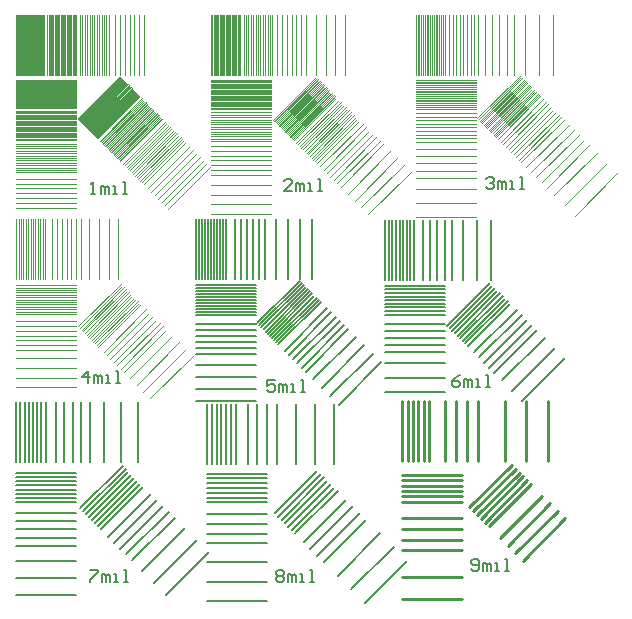
<source format=gtl>
%FSLAX25Y25*%
%MOIN*%
G70*
G01*
G75*
G04 Layer_Physical_Order=1*
G04 Layer_Color=255*
%ADD10C,0.00900*%
%ADD11C,0.00800*%
%ADD12C,0.00700*%
%ADD13C,0.00600*%
%ADD14C,0.00500*%
%ADD15C,0.00400*%
%ADD16C,0.00300*%
%ADD17C,0.00200*%
%ADD18C,0.00100*%
D10*
X161300Y24872D02*
X175442Y39015D01*
X163845Y22327D02*
X177987Y36469D01*
X166391Y19781D02*
X180533Y33923D01*
X168936Y17236D02*
X183079Y31378D01*
X157481Y28691D02*
X171623Y42833D01*
X156209Y29964D02*
X170351Y44106D01*
X154936Y31236D02*
X169078Y45379D01*
X153663Y32509D02*
X167805Y46651D01*
X152390Y33782D02*
X166532Y47924D01*
X151117Y35055D02*
X165259Y49197D01*
X128700Y45900D02*
X148700D01*
X128700Y44100D02*
X148700D01*
X128700Y42300D02*
X148700D01*
X128700Y40500D02*
X148700D01*
X128700Y38700D02*
X148700D01*
X128700Y36900D02*
X148700D01*
X128700Y20700D02*
X148700D01*
X128700Y24300D02*
X148700D01*
X128700Y27900D02*
X148700D01*
X128700Y31500D02*
X148700D01*
X128700Y11700D02*
X148700D01*
X128700Y4500D02*
X148700D01*
X177300Y50400D02*
Y70400D01*
X170100Y50400D02*
Y70400D01*
X162900Y50400D02*
Y70400D01*
X143100Y50400D02*
Y70400D01*
X146700Y50400D02*
Y70400D01*
X150300Y50400D02*
Y70400D01*
X153900Y50400D02*
Y70400D01*
X137700Y50400D02*
Y70400D01*
X135900Y50400D02*
Y70400D01*
X134100Y50400D02*
Y70400D01*
X132300Y50400D02*
Y70400D01*
X130500Y50400D02*
Y70400D01*
X128700Y50400D02*
Y70400D01*
D11*
X86241Y33145D02*
X100383Y47287D01*
X87373Y32014D02*
X101515Y46156D01*
X89635Y29751D02*
X103778Y43893D01*
X88504Y30882D02*
X102646Y45024D01*
X93029Y26357D02*
X107172Y40499D01*
X91898Y27488D02*
X106040Y41630D01*
X90767Y28620D02*
X104909Y42762D01*
X100383Y19003D02*
X114525Y33145D01*
X102646Y16740D02*
X116788Y30882D01*
X98121Y21266D02*
X112263Y35408D01*
X95858Y23528D02*
X110000Y37671D01*
X107172Y12215D02*
X121314Y26357D01*
X116223Y3164D02*
X130365Y17306D01*
X111697Y7689D02*
X125839Y21831D01*
X63600Y46300D02*
X83600D01*
X63600Y44700D02*
X83600D01*
X63600Y41500D02*
X83600D01*
X63600Y43100D02*
X83600D01*
X63600Y36700D02*
X83600D01*
X63600Y38300D02*
X83600D01*
X63600Y39900D02*
X83600D01*
X63600Y26300D02*
X83600D01*
X63600Y23100D02*
X83600D01*
X63600Y29500D02*
X83600D01*
X63600Y32700D02*
X83600D01*
X63600Y16700D02*
X83600D01*
X63600Y3900D02*
X83600D01*
X63600Y10300D02*
X83600D01*
X99600Y49500D02*
Y69500D01*
X106000Y49500D02*
Y69500D01*
X93200Y49500D02*
Y69500D01*
X77200Y49500D02*
Y69500D01*
X80400Y49500D02*
Y69500D01*
X86800Y49500D02*
Y69500D01*
X83600Y49500D02*
Y69500D01*
X70000Y49500D02*
Y69500D01*
X71600Y49500D02*
Y69500D01*
X73200Y49500D02*
Y69500D01*
X66800Y49500D02*
Y69500D01*
X68400Y49500D02*
Y69500D01*
X65200Y49500D02*
Y69500D01*
X63600Y49500D02*
Y69500D01*
X151500Y14467D02*
X152166Y13800D01*
X153499D01*
X154166Y14467D01*
Y17132D01*
X153499Y17799D01*
X152166D01*
X151500Y17132D01*
Y16466D01*
X152166Y15799D01*
X154166D01*
X155499Y13800D02*
Y16466D01*
X156165D01*
X156832Y15799D01*
Y13800D01*
Y15799D01*
X157498Y16466D01*
X158165Y15799D01*
Y13800D01*
X159497D02*
X160830D01*
X160164D01*
Y16466D01*
X159497D01*
X162830Y13800D02*
X164163D01*
X163496D01*
Y17799D01*
X162830D01*
X86700Y13532D02*
X87366Y14199D01*
X88699D01*
X89366Y13532D01*
Y12866D01*
X88699Y12199D01*
X89366Y11533D01*
Y10866D01*
X88699Y10200D01*
X87366D01*
X86700Y10866D01*
Y11533D01*
X87366Y12199D01*
X86700Y12866D01*
Y13532D01*
X87366Y12199D02*
X88699D01*
X90699Y10200D02*
Y12866D01*
X91365D01*
X92032Y12199D01*
Y10200D01*
Y12199D01*
X92698Y12866D01*
X93365Y12199D01*
Y10200D01*
X94697D02*
X96030D01*
X95364D01*
Y12866D01*
X94697D01*
X98030Y10200D02*
X99363D01*
X98696D01*
Y14199D01*
X98030D01*
X24700D02*
X27366D01*
Y13532D01*
X24700Y10866D01*
Y10200D01*
X28699D02*
Y12866D01*
X29365D01*
X30032Y12199D01*
Y10200D01*
Y12199D01*
X30698Y12866D01*
X31365Y12199D01*
Y10200D01*
X32697D02*
X34030D01*
X33364D01*
Y12866D01*
X32697D01*
X36030Y10200D02*
X37363D01*
X36696D01*
Y14199D01*
X36030D01*
X147966Y79199D02*
X146633Y78532D01*
X145300Y77199D01*
Y75866D01*
X145966Y75200D01*
X147299D01*
X147966Y75866D01*
Y76533D01*
X147299Y77199D01*
X145300D01*
X149299Y75200D02*
Y77866D01*
X149965D01*
X150632Y77199D01*
Y75200D01*
Y77199D01*
X151298Y77866D01*
X151964Y77199D01*
Y75200D01*
X153297D02*
X154630D01*
X153964D01*
Y77866D01*
X153297D01*
X156630Y75200D02*
X157963D01*
X157296D01*
Y79199D01*
X156630D01*
X86166Y77399D02*
X83500D01*
Y75399D01*
X84833Y76066D01*
X85499D01*
X86166Y75399D01*
Y74066D01*
X85499Y73400D01*
X84166D01*
X83500Y74066D01*
X87499Y73400D02*
Y76066D01*
X88165D01*
X88832Y75399D01*
Y73400D01*
Y75399D01*
X89498Y76066D01*
X90165Y75399D01*
Y73400D01*
X91497D02*
X92830D01*
X92164D01*
Y76066D01*
X91497D01*
X94830Y73400D02*
X96163D01*
X95496D01*
Y77399D01*
X94830D01*
X23999Y76400D02*
Y80399D01*
X22000Y78399D01*
X24666D01*
X25999Y76400D02*
Y79066D01*
X26665D01*
X27332Y78399D01*
Y76400D01*
Y78399D01*
X27998Y79066D01*
X28664Y78399D01*
Y76400D01*
X29997D02*
X31330D01*
X30664D01*
Y79066D01*
X29997D01*
X33330Y76400D02*
X34663D01*
X33996D01*
Y80399D01*
X33330D01*
X156700Y144632D02*
X157367Y145299D01*
X158699D01*
X159366Y144632D01*
Y143966D01*
X158699Y143299D01*
X158033D01*
X158699D01*
X159366Y142633D01*
Y141966D01*
X158699Y141300D01*
X157367D01*
X156700Y141966D01*
X160699Y141300D02*
Y143966D01*
X161365D01*
X162032Y143299D01*
Y141300D01*
Y143299D01*
X162698Y143966D01*
X163365Y143299D01*
Y141300D01*
X164697D02*
X166030D01*
X165364D01*
Y143966D01*
X164697D01*
X168030Y141300D02*
X169363D01*
X168696D01*
Y145299D01*
X168030D01*
X91866Y140400D02*
X89200D01*
X91866Y143066D01*
Y143732D01*
X91199Y144399D01*
X89866D01*
X89200Y143732D01*
X93199Y140400D02*
Y143066D01*
X93865D01*
X94532Y142399D01*
Y140400D01*
Y142399D01*
X95198Y143066D01*
X95864Y142399D01*
Y140400D01*
X97197D02*
X98530D01*
X97864D01*
Y143066D01*
X97197D01*
X100530Y140400D02*
X101863D01*
X101196D01*
Y144399D01*
X100530D01*
X24800Y139600D02*
X26133D01*
X25466D01*
Y143599D01*
X24800Y142932D01*
X28132Y139600D02*
Y142266D01*
X28799D01*
X29465Y141599D01*
Y139600D01*
Y141599D01*
X30132Y142266D01*
X30798Y141599D01*
Y139600D01*
X32131D02*
X33464D01*
X32797D01*
Y142266D01*
X32131D01*
X35463Y139600D02*
X36796D01*
X36130D01*
Y143599D01*
X35463D01*
D12*
X21331Y34700D02*
X35473Y48842D01*
X22321Y33710D02*
X36463Y47852D01*
X24301Y31730D02*
X38443Y45872D01*
X23311Y32720D02*
X37453Y46862D01*
X27271Y28760D02*
X41413Y42902D01*
X28261Y27770D02*
X42403Y41912D01*
X26281Y29750D02*
X40423Y43892D01*
X25291Y30740D02*
X39433Y44882D01*
X34696Y21336D02*
X48838Y35478D01*
X38655Y17376D02*
X52797Y31518D01*
X36675Y19356D02*
X50818Y33498D01*
X32716Y23316D02*
X46858Y37458D01*
X30736Y25295D02*
X44878Y39438D01*
X42120Y13911D02*
X56262Y28053D01*
X50040Y5991D02*
X64182Y20134D01*
X46080Y9951D02*
X60222Y24093D01*
X0Y46600D02*
X20000D01*
X0Y45200D02*
X20000D01*
X0Y42400D02*
X20000D01*
X0Y43800D02*
X20000D01*
X0Y38200D02*
X20000D01*
X0Y36800D02*
X20000D01*
X0Y39600D02*
X20000D01*
X0Y41000D02*
X20000D01*
X0Y27700D02*
X20000D01*
X0Y22100D02*
X20000D01*
X0Y24900D02*
X20000D01*
X0Y30500D02*
X20000D01*
X0Y33300D02*
X20000D01*
X0Y17200D02*
X20000D01*
X0Y6000D02*
X20000D01*
X0Y11600D02*
X20000D01*
X35000Y50100D02*
Y70100D01*
X40600Y50100D02*
Y70100D01*
X29400Y50100D02*
Y70100D01*
X13300Y50100D02*
Y70100D01*
X16100Y50100D02*
Y70100D01*
X21700Y50100D02*
Y70100D01*
X24500Y50100D02*
Y70100D01*
X18900Y50100D02*
Y70100D01*
X5600Y50100D02*
Y70100D01*
X7000Y50100D02*
Y70100D01*
X9800Y50100D02*
Y70100D01*
X8400Y50100D02*
Y70100D01*
X2800Y50100D02*
Y70100D01*
X4200Y50100D02*
Y70100D01*
X1400Y50100D02*
Y70100D01*
X0Y50100D02*
Y70100D01*
D13*
X143757Y95627D02*
X157899Y109769D01*
X144605Y94779D02*
X158747Y108921D01*
X146302Y93082D02*
X160444Y107224D01*
X145454Y93930D02*
X159596Y108072D01*
X148848Y90536D02*
X162990Y104678D01*
X149696Y89688D02*
X163839Y103830D01*
X147999Y91385D02*
X162141Y105527D01*
X147151Y92233D02*
X161293Y106375D01*
X150545Y88839D02*
X164687Y102981D01*
X159454Y79929D02*
X173597Y94072D01*
X156060Y83324D02*
X170202Y97466D01*
X157757Y81626D02*
X171899Y95769D01*
X154363Y85021D02*
X168505Y99163D01*
X152666Y86718D02*
X166808Y100860D01*
X162000Y77384D02*
X176142Y91526D01*
X165394Y73990D02*
X179536Y88132D01*
X168788Y70596D02*
X182930Y84738D01*
X123000Y108900D02*
X143000D01*
X123000Y107700D02*
X143000D01*
X123000Y105300D02*
X143000D01*
X123000Y106500D02*
X143000D01*
X123000Y101700D02*
X143000D01*
X123000Y100500D02*
X143000D01*
X123000Y102900D02*
X143000D01*
X123000Y104100D02*
X143000D01*
X123000Y99300D02*
X143000D01*
X123000Y86700D02*
X143000D01*
X123000Y91500D02*
X143000D01*
X123000Y89100D02*
X143000D01*
X123000Y93900D02*
X143000D01*
X123000Y96300D02*
X143000D01*
X123000Y83100D02*
X143000D01*
X123000Y78300D02*
X143000D01*
X123000Y73500D02*
X143000D01*
X158400Y110700D02*
Y130700D01*
X153600Y110700D02*
Y130700D01*
X148800Y110700D02*
Y130700D01*
X135600Y110700D02*
Y130700D01*
X138000Y110700D02*
Y130700D01*
X142800Y110700D02*
Y130700D01*
X140400Y110700D02*
Y130700D01*
X145200Y110700D02*
Y130700D01*
X132600Y110700D02*
Y130700D01*
X127800Y110700D02*
Y130700D01*
X129000Y110700D02*
Y130700D01*
X131400Y110700D02*
Y130700D01*
X130200Y110700D02*
Y130700D01*
X125400Y110700D02*
Y130700D01*
X126600Y110700D02*
Y130700D01*
X124200Y110700D02*
Y130700D01*
X123000Y110700D02*
Y130700D01*
D14*
X80348Y96489D02*
X94490Y110631D01*
X81055Y95782D02*
X95197Y109924D01*
X82469Y94368D02*
X96611Y108510D01*
X81762Y95075D02*
X95904Y109217D01*
X84590Y92247D02*
X98732Y106389D01*
X85297Y91539D02*
X99439Y105682D01*
X83883Y92953D02*
X98025Y107096D01*
X83176Y93661D02*
X97318Y107803D01*
X87419Y89418D02*
X101561Y103560D01*
X86711Y90125D02*
X100854Y104267D01*
X86004Y90832D02*
X100146Y104974D01*
X95197Y81640D02*
X109339Y95782D01*
X96611Y80226D02*
X110753Y94368D01*
X92368Y84468D02*
X106510Y98610D01*
X93783Y83054D02*
X107925Y97196D01*
X90954Y85883D02*
X105096Y100025D01*
X89540Y87297D02*
X103682Y101439D01*
X99086Y77751D02*
X113228Y91893D01*
X101914Y74922D02*
X116056Y89065D01*
X107571Y69266D02*
X121713Y83408D01*
X104743Y72094D02*
X118885Y86236D01*
X60000Y109100D02*
X80000D01*
X60000Y108100D02*
X80000D01*
X60000Y106100D02*
X80000D01*
X60000Y107100D02*
X80000D01*
X60000Y103100D02*
X80000D01*
X60000Y102100D02*
X80000D01*
X60000Y104100D02*
X80000D01*
X60000Y105100D02*
X80000D01*
X60000Y99100D02*
X80000D01*
X60000Y100100D02*
X80000D01*
X60000Y101100D02*
X80000D01*
X60000Y88100D02*
X80000D01*
X60000Y86100D02*
X80000D01*
X60000Y92100D02*
X80000D01*
X60000Y90100D02*
X80000D01*
X60000Y94100D02*
X80000D01*
X60000Y96100D02*
X80000D01*
X60000Y82600D02*
X80000D01*
X60000Y78600D02*
X80000D01*
X60000Y70600D02*
X80000D01*
X60000Y74600D02*
X80000D01*
X94500Y111100D02*
Y131100D01*
X98500Y111100D02*
Y131100D01*
X90500Y111100D02*
Y131100D01*
X86500Y111100D02*
Y131100D01*
X73000Y111100D02*
Y131100D01*
X75000Y111100D02*
Y131100D01*
X79000Y111100D02*
Y131100D01*
X77000Y111100D02*
Y131100D01*
X83000Y111100D02*
Y131100D01*
X81000Y111100D02*
Y131100D01*
X68000Y111100D02*
Y131100D01*
X69000Y111100D02*
Y131100D01*
X70000Y111100D02*
Y131100D01*
X64000Y111100D02*
Y131100D01*
X65000Y111100D02*
Y131100D01*
X67000Y111100D02*
Y131100D01*
X66000Y111100D02*
Y131100D01*
X62000Y111100D02*
Y131100D01*
X63000Y111100D02*
Y131100D01*
X61000Y111100D02*
Y131100D01*
X60000Y111100D02*
Y131100D01*
D15*
X25195Y90866D02*
X39337Y105008D01*
X25761Y90300D02*
X39903Y104442D01*
X26892Y89169D02*
X41034Y103311D01*
X26327Y89734D02*
X40469Y103876D01*
X27458Y88603D02*
X41600Y102745D01*
X22932Y93128D02*
X37075Y107271D01*
X23498Y92563D02*
X37640Y106705D01*
X24629Y91431D02*
X38772Y105573D01*
X24064Y91997D02*
X38206Y106139D01*
X21801Y94260D02*
X35943Y108402D01*
X22367Y93694D02*
X36509Y107836D01*
X21235Y94826D02*
X35377Y108968D01*
X20670Y95391D02*
X34812Y109533D01*
X33680Y82380D02*
X47822Y96522D01*
X34812Y81249D02*
X48954Y95391D01*
X35943Y80118D02*
X50085Y94260D01*
X31418Y84643D02*
X45560Y98785D01*
X32549Y83512D02*
X46691Y97654D01*
X30286Y85774D02*
X44428Y99917D01*
X29155Y86906D02*
X43297Y101048D01*
X37923Y78138D02*
X52065Y92280D01*
X40186Y75875D02*
X54328Y90017D01*
X44711Y71350D02*
X58853Y85492D01*
X42448Y73612D02*
X56591Y87754D01*
X0Y102700D02*
X20000D01*
X0Y101900D02*
X20000D01*
X0Y100300D02*
X20000D01*
X0Y101100D02*
X20000D01*
X0Y99500D02*
X20000D01*
X0Y105900D02*
X20000D01*
X0Y105100D02*
X20000D01*
X0Y103500D02*
X20000D01*
X0Y104300D02*
X20000D01*
X0Y107500D02*
X20000D01*
X0Y106700D02*
X20000D01*
X0Y108300D02*
X20000D01*
X0Y109100D02*
X20000D01*
X0Y90700D02*
X20000D01*
X0Y89100D02*
X20000D01*
X0Y87500D02*
X20000D01*
X0Y93900D02*
X20000D01*
X0Y92300D02*
X20000D01*
X0Y95500D02*
X20000D01*
X0Y97100D02*
X20000D01*
X0Y84700D02*
X20000D01*
X0Y81500D02*
X20000D01*
X0Y75100D02*
X20000D01*
X0Y78300D02*
X20000D01*
X30800Y111100D02*
Y131100D01*
X34000Y111100D02*
Y131100D01*
X27600Y111100D02*
Y131100D01*
X24400Y111100D02*
Y131100D01*
X12000Y111100D02*
Y131100D01*
X13600Y111100D02*
Y131100D01*
X16800Y111100D02*
Y131100D01*
X15200Y111100D02*
Y131100D01*
X21600Y111100D02*
Y131100D01*
X20000Y111100D02*
Y131100D01*
X18400Y111100D02*
Y131100D01*
X0Y111100D02*
Y131100D01*
X800Y111100D02*
Y131100D01*
X2400Y111100D02*
Y131100D01*
X1600Y111100D02*
Y131100D01*
X4800Y111100D02*
Y131100D01*
X5600Y111100D02*
Y131100D01*
X4000Y111100D02*
Y131100D01*
X3200Y111100D02*
Y131100D01*
X9600Y111100D02*
Y131100D01*
X8000Y111100D02*
Y131100D01*
X8800Y111100D02*
Y131100D01*
X7200Y111100D02*
Y131100D01*
X6400Y111100D02*
Y131100D01*
D16*
X153732Y164779D02*
X167874Y178921D01*
X154156Y164355D02*
X168298Y178497D01*
X155005Y163506D02*
X169147Y177648D01*
X154580Y163930D02*
X168723Y178073D01*
X156278Y162233D02*
X170420Y176376D01*
X156702Y161809D02*
X170844Y175951D01*
X155853Y162658D02*
X169995Y176800D01*
X155429Y163082D02*
X169571Y177224D01*
X158823Y159688D02*
X172965Y173830D01*
X159248Y159264D02*
X173390Y173406D01*
X160096Y158415D02*
X174238Y172557D01*
X159672Y158839D02*
X173814Y172982D01*
X157975Y160536D02*
X172117Y174679D01*
X158399Y160112D02*
X172541Y174254D01*
X157550Y160961D02*
X171693Y175103D01*
X157126Y161385D02*
X171268Y175527D01*
X160520Y157991D02*
X174662Y172133D01*
X168369Y150142D02*
X182511Y164284D01*
X164975Y153536D02*
X179117Y167678D01*
X165824Y152688D02*
X179966Y166830D01*
X167521Y150990D02*
X181663Y165133D01*
X166672Y151839D02*
X180814Y165981D01*
X163278Y155233D02*
X177420Y169375D01*
X164127Y154385D02*
X178269Y168527D01*
X162429Y156082D02*
X176572Y170224D01*
X161581Y156930D02*
X175723Y171072D01*
X170066Y148445D02*
X184208Y162587D01*
X171763Y146748D02*
X185905Y160890D01*
X175157Y143354D02*
X189299Y157496D01*
X173460Y145051D02*
X187602Y159193D01*
X176854Y141657D02*
X190997Y155799D01*
X186188Y132323D02*
X200330Y146465D01*
X182794Y135717D02*
X196936Y149859D01*
X179400Y139111D02*
X193542Y153253D01*
X133200Y177600D02*
X153200D01*
X133200Y177000D02*
X153200D01*
X133200Y175800D02*
X153200D01*
X133200Y176400D02*
X153200D01*
X133200Y174000D02*
X153200D01*
X133200Y173400D02*
X153200D01*
X133200Y174600D02*
X153200D01*
X133200Y175200D02*
X153200D01*
X133200Y170400D02*
X153200D01*
X133200Y169800D02*
X153200D01*
X133200Y168600D02*
X153200D01*
X133200Y169200D02*
X153200D01*
X133200Y171600D02*
X153200D01*
X133200Y171000D02*
X153200D01*
X133200Y172200D02*
X153200D01*
X133200Y172800D02*
X153200D01*
X133200Y168000D02*
X153200D01*
X133200Y156900D02*
X153200D01*
X133200Y161700D02*
X153200D01*
X133200Y160500D02*
X153200D01*
X133200Y158100D02*
X153200D01*
X133200Y159300D02*
X153200D01*
X133200Y164100D02*
X153200D01*
X133200Y162900D02*
X153200D01*
X133200Y165300D02*
X153200D01*
X133200Y166500D02*
X153200D01*
X133200Y154500D02*
X153200D01*
X133200Y152100D02*
X153200D01*
X133200Y147300D02*
X153200D01*
X133200Y149700D02*
X153200D01*
X133200Y144900D02*
X153200D01*
X133200Y131700D02*
X153200D01*
X133200Y136500D02*
X153200D01*
X133200Y141300D02*
X153200D01*
X169500Y179100D02*
Y199100D01*
X174300Y179100D02*
Y199100D01*
X179100Y179100D02*
Y199100D01*
X165900Y179100D02*
Y199100D01*
X161100Y179100D02*
Y199100D01*
X163500Y179100D02*
Y199100D01*
X158700Y179100D02*
Y199100D01*
X156300Y179100D02*
Y199100D01*
X144300Y179100D02*
Y199100D01*
X145500Y179100D02*
Y199100D01*
X147900Y179100D02*
Y199100D01*
X146700Y179100D02*
Y199100D01*
X151500Y179100D02*
Y199100D01*
X152700Y179100D02*
Y199100D01*
X150300Y179100D02*
Y199100D01*
X149100Y179100D02*
Y199100D01*
X153900Y179100D02*
Y199100D01*
X142800Y179100D02*
Y199100D01*
X138000Y179100D02*
Y199100D01*
X138600Y179100D02*
Y199100D01*
X139800Y179100D02*
Y199100D01*
X139200Y179100D02*
Y199100D01*
X141600Y179100D02*
Y199100D01*
X142200Y179100D02*
Y199100D01*
X141000Y179100D02*
Y199100D01*
X140400Y179100D02*
Y199100D01*
X135600Y179100D02*
Y199100D01*
X136200Y179100D02*
Y199100D01*
X137400Y179100D02*
Y199100D01*
X136800Y179100D02*
Y199100D01*
X134400Y179100D02*
Y199100D01*
X135000Y179100D02*
Y199100D01*
X133800Y179100D02*
Y199100D01*
X133200Y179100D02*
Y199100D01*
D17*
X85787Y164292D02*
X99930Y178435D01*
X86070Y164009D02*
X100213Y178152D01*
X86636Y163444D02*
X100778Y177586D01*
X86353Y163727D02*
X100495Y177869D01*
X87485Y162595D02*
X101627Y176737D01*
X87767Y162312D02*
X101910Y176455D01*
X87202Y162878D02*
X101344Y177020D01*
X86919Y163161D02*
X101061Y177303D01*
X89182Y160898D02*
X103324Y175040D01*
X89464Y160615D02*
X103607Y174758D01*
X90030Y160050D02*
X104172Y174192D01*
X89747Y160333D02*
X103889Y174475D01*
X88616Y161464D02*
X102758Y175606D01*
X88899Y161181D02*
X103041Y175323D01*
X88333Y161747D02*
X102475Y175889D01*
X88050Y162030D02*
X102192Y176172D01*
X92576Y157504D02*
X106718Y171646D01*
X91444Y158635D02*
X105587Y172778D01*
X91727Y158353D02*
X105869Y172495D01*
X92293Y157787D02*
X106435Y171929D01*
X92010Y158070D02*
X106152Y172212D01*
X90879Y159201D02*
X105021Y173343D01*
X91162Y158918D02*
X105304Y173061D01*
X90596Y159484D02*
X104738Y173626D01*
X90313Y159767D02*
X104455Y173909D01*
X97950Y152130D02*
X112092Y166272D01*
X98515Y151565D02*
X112658Y165707D01*
X99647Y150433D02*
X113789Y164575D01*
X99081Y150999D02*
X113223Y165141D01*
X100213Y149867D02*
X114355Y164009D01*
X95687Y154393D02*
X109829Y168535D01*
X96253Y153827D02*
X110395Y167969D01*
X97384Y152696D02*
X111526Y166838D01*
X96818Y153261D02*
X110960Y167404D01*
X94556Y155524D02*
X108698Y169666D01*
X95121Y154959D02*
X109264Y169101D01*
X93990Y156090D02*
X108132Y170232D01*
X93424Y156656D02*
X107566Y170798D01*
X101344Y148736D02*
X115486Y162878D01*
X102475Y147605D02*
X116617Y161747D01*
X104738Y145342D02*
X118880Y159484D01*
X103607Y146473D02*
X117749Y160615D01*
X108132Y141948D02*
X122274Y156090D01*
X107001Y143079D02*
X121143Y157221D01*
X105869Y144211D02*
X120011Y158353D01*
X115062Y135018D02*
X129204Y149160D01*
X117324Y132755D02*
X131467Y146898D01*
X112799Y137281D02*
X126941Y151423D01*
X110536Y139544D02*
X124678Y153686D01*
X65000Y177500D02*
X85000D01*
X65000Y177100D02*
X85000D01*
X65000Y176300D02*
X85000D01*
X65000Y176700D02*
X85000D01*
X65000Y175100D02*
X85000D01*
X65000Y174700D02*
X85000D01*
X65000Y175500D02*
X85000D01*
X65000Y175900D02*
X85000D01*
X65000Y172700D02*
X85000D01*
X65000Y172300D02*
X85000D01*
X65000Y171500D02*
X85000D01*
X65000Y171900D02*
X85000D01*
X65000Y173500D02*
X85000D01*
X65000Y173100D02*
X85000D01*
X65000Y173900D02*
X85000D01*
X65000Y174300D02*
X85000D01*
X65000Y167900D02*
X85000D01*
X65000Y169500D02*
X85000D01*
X65000Y169100D02*
X85000D01*
X65000Y168300D02*
X85000D01*
X65000Y168700D02*
X85000D01*
X65000Y170300D02*
X85000D01*
X65000Y169900D02*
X85000D01*
X65000Y170700D02*
X85000D01*
X65000Y171100D02*
X85000D01*
X65000Y160300D02*
X85000D01*
X65000Y159500D02*
X85000D01*
X65000Y157900D02*
X85000D01*
X65000Y158700D02*
X85000D01*
X65000Y157100D02*
X85000D01*
X65000Y163500D02*
X85000D01*
X65000Y162700D02*
X85000D01*
X65000Y161100D02*
X85000D01*
X65000Y161900D02*
X85000D01*
X65000Y165100D02*
X85000D01*
X65000Y164300D02*
X85000D01*
X65000Y165900D02*
X85000D01*
X65000Y166700D02*
X85000D01*
X65000Y155500D02*
X85000D01*
X65000Y153900D02*
X85000D01*
X65000Y150700D02*
X85000D01*
X65000Y152300D02*
X85000D01*
X65000Y145900D02*
X85000D01*
X65000Y147500D02*
X85000D01*
X65000Y149100D02*
X85000D01*
X65000Y136100D02*
X85000D01*
X65000Y132900D02*
X85000D01*
X65000Y139300D02*
X85000D01*
X65000Y142500D02*
X85000D01*
X100000Y179100D02*
Y199100D01*
X103200Y179100D02*
Y199100D01*
X109600Y179100D02*
Y199100D01*
X106400Y179100D02*
Y199100D01*
X93400Y179100D02*
Y199100D01*
X95000Y179100D02*
Y199100D01*
X96600Y179100D02*
Y199100D01*
X90200Y179100D02*
Y199100D01*
X91800Y179100D02*
Y199100D01*
X88600Y179100D02*
Y199100D01*
X87000Y179100D02*
Y199100D01*
X75800Y179100D02*
Y199100D01*
X76600Y179100D02*
Y199100D01*
X78200Y179100D02*
Y199100D01*
X77400Y179100D02*
Y199100D01*
X80600Y179100D02*
Y199100D01*
X81400Y179100D02*
Y199100D01*
X79800Y179100D02*
Y199100D01*
X79000Y179100D02*
Y199100D01*
X85400Y179100D02*
Y199100D01*
X83800Y179100D02*
Y199100D01*
X84600Y179100D02*
Y199100D01*
X83000Y179100D02*
Y199100D01*
X82200Y179100D02*
Y199100D01*
X71400Y179100D02*
Y199100D01*
X71800Y179100D02*
Y199100D01*
X72600Y179100D02*
Y199100D01*
X72200Y179100D02*
Y199100D01*
X73800Y179100D02*
Y199100D01*
X74200Y179100D02*
Y199100D01*
X73400Y179100D02*
Y199100D01*
X73000Y179100D02*
Y199100D01*
X74600Y179100D02*
Y199100D01*
X68200Y179100D02*
Y199100D01*
X68600Y179100D02*
Y199100D01*
X69400Y179100D02*
Y199100D01*
X69000Y179100D02*
Y199100D01*
X70600Y179100D02*
Y199100D01*
X71000Y179100D02*
Y199100D01*
X70200Y179100D02*
Y199100D01*
X69800Y179100D02*
Y199100D01*
X66600Y179100D02*
Y199100D01*
X67000Y179100D02*
Y199100D01*
X67800Y179100D02*
Y199100D01*
X67400Y179100D02*
Y199100D01*
X65800Y179100D02*
Y199100D01*
X66200Y179100D02*
Y199100D01*
X65400Y179100D02*
Y199100D01*
X65000Y179100D02*
Y199100D01*
D18*
X20629Y164688D02*
X34771Y178830D01*
X20770Y164546D02*
X34912Y178688D01*
X21053Y164263D02*
X35195Y178406D01*
X20912Y164405D02*
X35054Y178547D01*
X21477Y163839D02*
X35620Y177981D01*
X21619Y163698D02*
X35761Y177840D01*
X21336Y163981D02*
X35478Y178123D01*
X21195Y164122D02*
X35337Y178264D01*
X22326Y162991D02*
X36468Y177133D01*
X22467Y162849D02*
X36610Y176991D01*
X22750Y162566D02*
X36892Y176708D01*
X22609Y162708D02*
X36751Y176850D01*
X22043Y163274D02*
X36185Y177416D01*
X22185Y163132D02*
X36327Y177274D01*
X21902Y163415D02*
X36044Y177557D01*
X21760Y163556D02*
X35902Y177699D01*
X24023Y161294D02*
X38165Y175436D01*
X24164Y161152D02*
X38307Y175294D01*
X24447Y160869D02*
X38589Y175012D01*
X24306Y161011D02*
X38448Y175153D01*
X24872Y160445D02*
X39014Y174587D01*
X25013Y160304D02*
X39155Y174446D01*
X24730Y160587D02*
X38872Y174729D01*
X24589Y160728D02*
X38731Y174870D01*
X23457Y161859D02*
X37600Y176001D01*
X23599Y161718D02*
X37741Y175860D01*
X23882Y161435D02*
X38024Y175577D01*
X23740Y161576D02*
X37882Y175719D01*
X23175Y162142D02*
X37317Y176284D01*
X23316Y162001D02*
X37458Y176143D01*
X23033Y162284D02*
X37175Y176426D01*
X22892Y162425D02*
X37034Y176567D01*
X26286Y159031D02*
X40428Y173173D01*
X26427Y158889D02*
X40569Y173032D01*
X26710Y158607D02*
X40852Y172749D01*
X26569Y158748D02*
X40711Y172890D01*
X27134Y158182D02*
X41276Y172325D01*
X27276Y158041D02*
X41418Y172183D01*
X26993Y158324D02*
X41135Y172466D01*
X26851Y158465D02*
X40994Y172607D01*
X25720Y159597D02*
X39862Y173739D01*
X25861Y159455D02*
X40004Y173597D01*
X26144Y159172D02*
X40286Y173314D01*
X26003Y159314D02*
X40145Y173456D01*
X25437Y159879D02*
X39579Y174021D01*
X25579Y159738D02*
X39721Y173880D01*
X25296Y160021D02*
X39438Y174163D01*
X25154Y160162D02*
X39297Y174304D01*
X32508Y152808D02*
X46650Y166951D01*
X32791Y152525D02*
X46933Y166668D01*
X33357Y151960D02*
X47499Y166102D01*
X33074Y152243D02*
X47216Y166385D01*
X34205Y151111D02*
X48347Y165253D01*
X34488Y150828D02*
X48630Y164971D01*
X33922Y151394D02*
X48065Y165536D01*
X33640Y151677D02*
X47782Y165819D01*
X30246Y155071D02*
X44388Y169213D01*
X30528Y154788D02*
X44671Y168930D01*
X31094Y154223D02*
X45236Y168365D01*
X30811Y154505D02*
X44953Y168648D01*
X31943Y153374D02*
X46085Y167516D01*
X32225Y153091D02*
X46368Y167233D01*
X31660Y153657D02*
X45802Y167799D01*
X31377Y153940D02*
X45519Y168082D01*
X29114Y156202D02*
X43256Y170345D01*
X29397Y155920D02*
X43539Y170062D01*
X29963Y155354D02*
X44105Y169496D01*
X29680Y155637D02*
X43822Y169779D01*
X28548Y156768D02*
X42691Y170910D01*
X28831Y156485D02*
X42974Y170627D01*
X28266Y157051D02*
X42408Y171193D01*
X27983Y157334D02*
X42125Y171476D01*
X34771Y150546D02*
X48913Y164688D01*
X42478Y142838D02*
X56621Y156980D01*
X35690Y149626D02*
X49832Y163768D01*
X36256Y149061D02*
X50398Y163203D01*
X37387Y147929D02*
X51530Y162071D01*
X36822Y148495D02*
X50964Y162637D01*
X39084Y146232D02*
X53227Y160374D01*
X39650Y145667D02*
X53792Y159809D01*
X38519Y146798D02*
X52661Y160940D01*
X37953Y147364D02*
X52095Y161506D01*
X41347Y143970D02*
X55489Y158112D01*
X41913Y143404D02*
X56055Y157546D01*
X40782Y144535D02*
X54924Y158677D01*
X40216Y145101D02*
X54358Y159243D01*
X48489Y136828D02*
X62631Y150970D01*
X49620Y135696D02*
X63762Y149838D01*
X46226Y139091D02*
X60368Y153233D01*
X47358Y137959D02*
X61500Y152101D01*
X45095Y140222D02*
X59237Y154364D01*
X43964Y141353D02*
X58106Y155495D01*
X50752Y134565D02*
X64894Y148707D01*
X0Y177600D02*
X20000D01*
X0Y177400D02*
X20000D01*
X0Y177000D02*
X20000D01*
X0Y177200D02*
X20000D01*
X0Y176400D02*
X20000D01*
X0Y176200D02*
X20000D01*
X0Y176600D02*
X20000D01*
X0Y176800D02*
X20000D01*
X0Y175200D02*
X20000D01*
X0Y175000D02*
X20000D01*
X0Y174600D02*
X20000D01*
X0Y174800D02*
X20000D01*
X0Y175600D02*
X20000D01*
X0Y175400D02*
X20000D01*
X0Y175800D02*
X20000D01*
X0Y176000D02*
X20000D01*
X0Y172800D02*
X20000D01*
X0Y172600D02*
X20000D01*
X0Y172200D02*
X20000D01*
X0Y172400D02*
X20000D01*
X0Y171600D02*
X20000D01*
X0Y171400D02*
X20000D01*
X0Y171800D02*
X20000D01*
X0Y172000D02*
X20000D01*
X0Y173600D02*
X20000D01*
X0Y173400D02*
X20000D01*
X0Y173000D02*
X20000D01*
X0Y173200D02*
X20000D01*
X0Y174000D02*
X20000D01*
X0Y173800D02*
X20000D01*
X0Y174200D02*
X20000D01*
X0Y174400D02*
X20000D01*
X0Y169600D02*
X20000D01*
X0Y169400D02*
X20000D01*
X0Y169000D02*
X20000D01*
X0Y169200D02*
X20000D01*
X0Y168400D02*
X20000D01*
X0Y168200D02*
X20000D01*
X0Y168600D02*
X20000D01*
X0Y168800D02*
X20000D01*
X0Y170400D02*
X20000D01*
X0Y170200D02*
X20000D01*
X0Y169800D02*
X20000D01*
X0Y170000D02*
X20000D01*
X0Y170800D02*
X20000D01*
X0Y170600D02*
X20000D01*
X0Y171000D02*
X20000D01*
X0Y171200D02*
X20000D01*
X0Y160800D02*
X20000D01*
X0Y160400D02*
X20000D01*
X0Y159600D02*
X20000D01*
X0Y160000D02*
X20000D01*
X0Y158400D02*
X20000D01*
X0Y158000D02*
X20000D01*
X0Y158800D02*
X20000D01*
X0Y159200D02*
X20000D01*
X0Y164000D02*
X20000D01*
X0Y163600D02*
X20000D01*
X0Y162800D02*
X20000D01*
X0Y163200D02*
X20000D01*
X0Y161600D02*
X20000D01*
X0Y161200D02*
X20000D01*
X0Y162000D02*
X20000D01*
X0Y162400D02*
X20000D01*
X0Y165600D02*
X20000D01*
X0Y165200D02*
X20000D01*
X0Y164400D02*
X20000D01*
X0Y164800D02*
X20000D01*
X0Y166400D02*
X20000D01*
X0Y166000D02*
X20000D01*
X0Y166800D02*
X20000D01*
X0Y167200D02*
X20000D01*
X0Y157600D02*
X20000D01*
X0Y146700D02*
X20000D01*
X0Y156300D02*
X20000D01*
X0Y155500D02*
X20000D01*
X0Y153900D02*
X20000D01*
X0Y154700D02*
X20000D01*
X0Y151500D02*
X20000D01*
X0Y150700D02*
X20000D01*
X0Y152300D02*
X20000D01*
X0Y153100D02*
X20000D01*
X0Y148300D02*
X20000D01*
X0Y147500D02*
X20000D01*
X0Y149100D02*
X20000D01*
X0Y149900D02*
X20000D01*
X0Y138200D02*
X20000D01*
X0Y136600D02*
X20000D01*
X0Y141400D02*
X20000D01*
X0Y139800D02*
X20000D01*
X0Y143000D02*
X20000D01*
X0Y144600D02*
X20000D01*
X0Y135000D02*
X20000D01*
X42600Y179100D02*
Y199100D01*
X33000Y179100D02*
Y199100D01*
X34600Y179100D02*
Y199100D01*
X37800Y179100D02*
Y199100D01*
X36200Y179100D02*
Y199100D01*
X41000Y179100D02*
Y199100D01*
X39400Y179100D02*
Y199100D01*
X27700Y179100D02*
Y199100D01*
X28500Y179100D02*
Y199100D01*
X30100Y179100D02*
Y199100D01*
X29300Y179100D02*
Y199100D01*
X24500Y179100D02*
Y199100D01*
X25300Y179100D02*
Y199100D01*
X26900Y179100D02*
Y199100D01*
X26100Y179100D02*
Y199100D01*
X22900Y179100D02*
Y199100D01*
X23700Y179100D02*
Y199100D01*
X22100Y179100D02*
Y199100D01*
X21300Y179100D02*
Y199100D01*
X30900Y179100D02*
Y199100D01*
X20000Y179100D02*
Y199100D01*
X10400Y179100D02*
Y199100D01*
X10800Y179100D02*
Y199100D01*
X11600Y179100D02*
Y199100D01*
X11200Y179100D02*
Y199100D01*
X12800Y179100D02*
Y199100D01*
X13200Y179100D02*
Y199100D01*
X12400Y179100D02*
Y199100D01*
X12000Y179100D02*
Y199100D01*
X15200Y179100D02*
Y199100D01*
X15600Y179100D02*
Y199100D01*
X16400Y179100D02*
Y199100D01*
X16000Y179100D02*
Y199100D01*
X14400Y179100D02*
Y199100D01*
X14800Y179100D02*
Y199100D01*
X14000Y179100D02*
Y199100D01*
X13600Y179100D02*
Y199100D01*
X18400Y179100D02*
Y199100D01*
X18800Y179100D02*
Y199100D01*
X19600Y179100D02*
Y199100D01*
X19200Y179100D02*
Y199100D01*
X17600Y179100D02*
Y199100D01*
X18000Y179100D02*
Y199100D01*
X17200Y179100D02*
Y199100D01*
X16800Y179100D02*
Y199100D01*
X6400Y179100D02*
Y199100D01*
X6600Y179100D02*
Y199100D01*
X7000Y179100D02*
Y199100D01*
X6800Y179100D02*
Y199100D01*
X7600Y179100D02*
Y199100D01*
X7800Y179100D02*
Y199100D01*
X7400Y179100D02*
Y199100D01*
X7200Y179100D02*
Y199100D01*
X8800Y179100D02*
Y199100D01*
X9000Y179100D02*
Y199100D01*
X9400Y179100D02*
Y199100D01*
X9200Y179100D02*
Y199100D01*
X8400Y179100D02*
Y199100D01*
X8600Y179100D02*
Y199100D01*
X8200Y179100D02*
Y199100D01*
X8000Y179100D02*
Y199100D01*
X3200Y179100D02*
Y199100D01*
X3400Y179100D02*
Y199100D01*
X3800Y179100D02*
Y199100D01*
X3600Y179100D02*
Y199100D01*
X4400Y179100D02*
Y199100D01*
X4600Y179100D02*
Y199100D01*
X4200Y179100D02*
Y199100D01*
X4000Y179100D02*
Y199100D01*
X5600Y179100D02*
Y199100D01*
X5800Y179100D02*
Y199100D01*
X6200Y179100D02*
Y199100D01*
X6000Y179100D02*
Y199100D01*
X5200Y179100D02*
Y199100D01*
X5400Y179100D02*
Y199100D01*
X5000Y179100D02*
Y199100D01*
X4800Y179100D02*
Y199100D01*
X1600Y179100D02*
Y199100D01*
X1800Y179100D02*
Y199100D01*
X2200Y179100D02*
Y199100D01*
X2000Y179100D02*
Y199100D01*
X2800Y179100D02*
Y199100D01*
X3000Y179100D02*
Y199100D01*
X2600Y179100D02*
Y199100D01*
X2400Y179100D02*
Y199100D01*
X800Y179100D02*
Y199100D01*
X1000Y179100D02*
Y199100D01*
X1400Y179100D02*
Y199100D01*
X1200Y179100D02*
Y199100D01*
X400Y179100D02*
Y199100D01*
X600Y179100D02*
Y199100D01*
X200Y179100D02*
Y199100D01*
X0Y179100D02*
Y199100D01*
M02*

</source>
